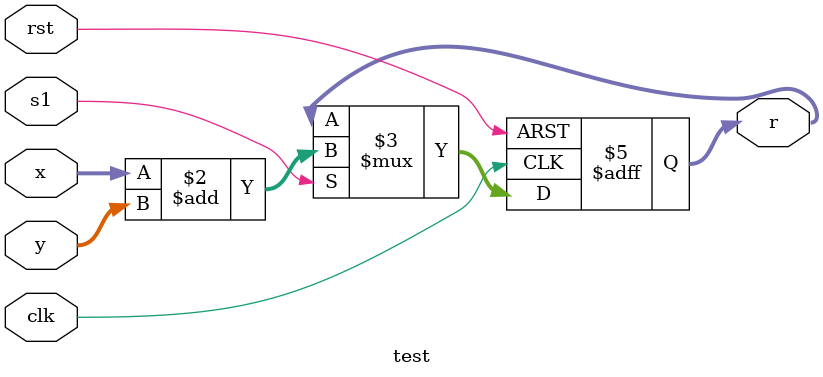
<source format=v>
 (* blackbox *)
module sky130_fd_sc_hd__dlclkp_1 (
  input GATE,
  input CLK,
  output GCLK);
endmodule

 (* blackbox *)
module sky130_fd_sc_hd__dlclkp_2 (
  input GATE,
  input CLK,
  output GCLK);
endmodule

 (* blackbox *)
module sky130_fd_sc_hd__dlclkp_4 (
  input GATE,
  input CLK,
  output GCLK);
endmodule


module look_ahead_4bit(input[3:0] first, input[3:0] sec, input cin, output [3:0] sum, output cout );
 
  wire  c1, c2, c3;
  
  assign c1 =   (first[0] & sec[0]) | (cin & (first[0] | sec[0]));
  assign c2 =   (first[1] & sec[1]) | (c1 & (first[1] | sec[1]));
  assign c3 =   (first[2] & sec[2]) | (c2 & (first[2] | sec[2]));
  assign cout = (first[3] & sec[3]) | (c3 & (first[3] | sec[3]));
 
 
 assign sum[0] = cin ^ first[0] ^ sec[0];
 assign sum[1] = c1  ^ first[1] ^ sec[1];
 assign sum[2] = c2  ^ first[2] ^ sec[2];
 assign sum[3] = c3  ^ first[3] ^ sec[3];
endmodule

module carry_select_eightbit(input[7:0] first, input[7:0] sec, input cin, output [7:0] sum, output cout );
 
 wire cout1, cout0, cout3;
 wire [3:0] sum1, sum0;
 look_ahead_4bit a1( .first(first[3:0]), .sec(sec[3:0]), .cin(cin), .sum(sum[3:0]), .cout(cout3) );
 
 
 look_ahead_4bit a2( .first(first[7:4]), .sec(sec[7:4]), .cin(1'b1), .sum(sum1), .cout(cout1));
 
 look_ahead_4bit a3( .first(first[7:4]), .sec(sec[7:4]), .cin(1'b0), .sum(sum0), .cout(cout0) );
 
 assign sum [7:4]= (cout3) ? sum1: sum0;
 
 assign cout = (cout3) ? cout1: cout0;
 
 
endmodule




module test(input [127:0] x, y, input clk, s1,rst,  output reg [127:0] r);


    
    always @(posedge clk, posedge rst)
    begin
        begin
            if(rst)begin
                r<=0;
           end
            else if(s1) begin 
            r<=x+y;
            end 
        end


    end
endmodule
//module test(input [7:0] x, y, input clk, s1,rst,  output reg [8:0] r, output z);


//    wire q; 
//    wire [7:0]  b;

//    carry_select_eightbit adding (.first(x), .sec(y), .cin(0), .sum(b), .cout(q));

    
//    always @(posedge clk, posedge rst)
//    begin
//        begin
//            if(rst)begin
                
         
//                r<=0;
//                z<=0;
//           end
//            else if(s1) begin 

//            r<={q,b[7:0]};
//            z<=x|y;
//            end 
//        end


//    end
//endmodule

</source>
